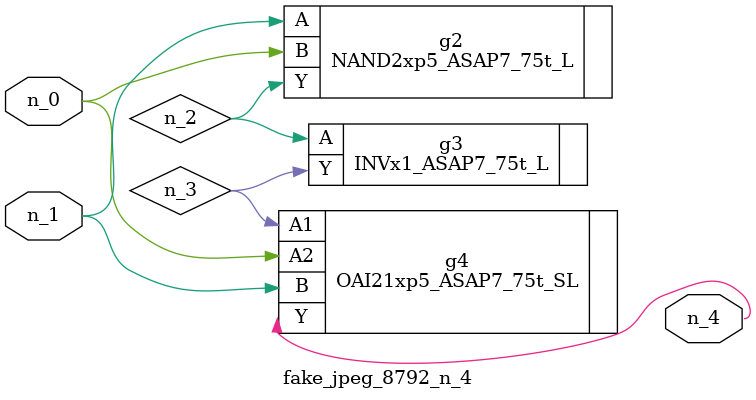
<source format=v>
module fake_jpeg_8792_n_4 (n_0, n_1, n_4);

input n_0;
input n_1;

output n_4;

wire n_2;
wire n_3;

NAND2xp5_ASAP7_75t_L g2 ( 
.A(n_1),
.B(n_0),
.Y(n_2)
);

INVx1_ASAP7_75t_L g3 ( 
.A(n_2),
.Y(n_3)
);

OAI21xp5_ASAP7_75t_SL g4 ( 
.A1(n_3),
.A2(n_0),
.B(n_1),
.Y(n_4)
);


endmodule
</source>
